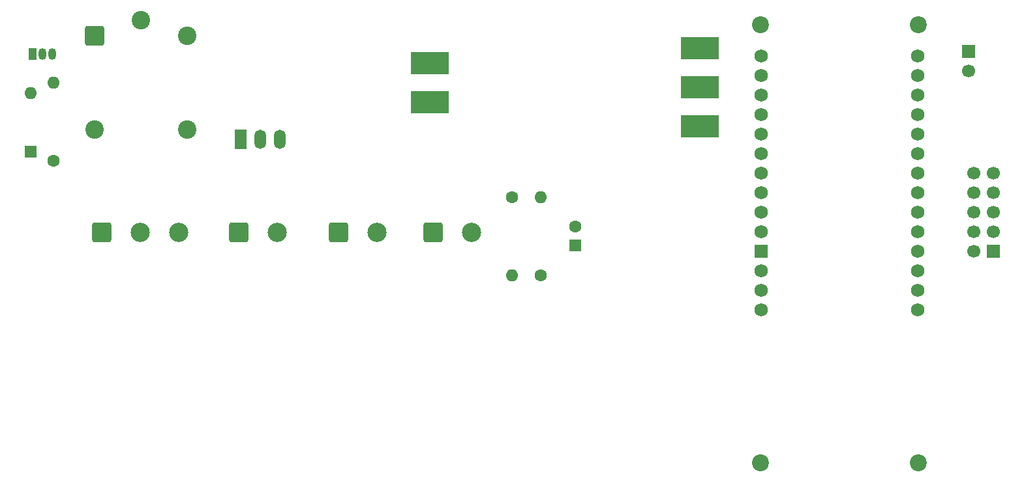
<source format=gbr>
%TF.GenerationSoftware,KiCad,Pcbnew,9.0.3*%
%TF.CreationDate,2025-08-15T10:29:04+02:00*%
%TF.ProjectId,Controller,436f6e74-726f-46c6-9c65-722e6b696361,1.0*%
%TF.SameCoordinates,Original*%
%TF.FileFunction,Soldermask,Bot*%
%TF.FilePolarity,Negative*%
%FSLAX46Y46*%
G04 Gerber Fmt 4.6, Leading zero omitted, Abs format (unit mm)*
G04 Created by KiCad (PCBNEW 9.0.3) date 2025-08-15 10:29:04*
%MOMM*%
%LPD*%
G01*
G04 APERTURE LIST*
G04 Aperture macros list*
%AMRoundRect*
0 Rectangle with rounded corners*
0 $1 Rounding radius*
0 $2 $3 $4 $5 $6 $7 $8 $9 X,Y pos of 4 corners*
0 Add a 4 corners polygon primitive as box body*
4,1,4,$2,$3,$4,$5,$6,$7,$8,$9,$2,$3,0*
0 Add four circle primitives for the rounded corners*
1,1,$1+$1,$2,$3*
1,1,$1+$1,$4,$5*
1,1,$1+$1,$6,$7*
1,1,$1+$1,$8,$9*
0 Add four rect primitives between the rounded corners*
20,1,$1+$1,$2,$3,$4,$5,0*
20,1,$1+$1,$4,$5,$6,$7,0*
20,1,$1+$1,$6,$7,$8,$9,0*
20,1,$1+$1,$8,$9,$2,$3,0*%
G04 Aperture macros list end*
%ADD10C,1.600000*%
%ADD11O,1.600000X1.600000*%
%ADD12R,1.700000X1.700000*%
%ADD13C,1.700000*%
%ADD14R,1.600000X1.600000*%
%ADD15RoundRect,0.250000X-1.000000X-1.000000X1.000000X-1.000000X1.000000X1.000000X-1.000000X1.000000X0*%
%ADD16C,2.500000*%
%ADD17C,2.200000*%
%ADD18C,1.727200*%
%ADD19R,1.727200X1.727200*%
%ADD20R,1.500000X2.500000*%
%ADD21O,1.500000X2.500000*%
%ADD22C,2.400000*%
%ADD23R,5.000000X3.000000*%
%ADD24R,1.050000X1.500000*%
%ADD25O,1.050000X1.500000*%
G04 APERTURE END LIST*
D10*
%TO.C,R3*%
X141750000Y-99660000D03*
D11*
X141750000Y-89500000D03*
%TD*%
D12*
%TO.C,J1*%
X197250000Y-70475000D03*
D13*
X197250000Y-73015000D03*
%TD*%
D14*
%TO.C,D1*%
X75500000Y-83500000D03*
D11*
X75500000Y-75880000D03*
%TD*%
D15*
%TO.C,J6*%
X127750000Y-94000000D03*
D16*
X132750000Y-94000000D03*
%TD*%
D15*
%TO.C,J3*%
X102523000Y-94000000D03*
D16*
X107523000Y-94000000D03*
%TD*%
D17*
%TO.C,A1*%
X170250000Y-124034800D03*
X190750000Y-124034800D03*
X170250000Y-67034800D03*
X190750000Y-67034800D03*
D18*
X170340000Y-99070000D03*
X170340000Y-104150000D03*
X190660000Y-101610000D03*
X190660000Y-99070000D03*
X190660000Y-96530000D03*
X190660000Y-93990000D03*
X190660000Y-91450000D03*
X190660000Y-88910000D03*
X190660000Y-86370000D03*
X190660000Y-104150000D03*
X190660000Y-83830000D03*
X190660000Y-81290000D03*
X190660000Y-78750000D03*
X190660000Y-76210000D03*
X190660000Y-73670000D03*
X190660000Y-71130000D03*
X170340000Y-71130000D03*
X170340000Y-73670000D03*
X170340000Y-76210000D03*
X170340000Y-78750000D03*
X170340000Y-81290000D03*
X170340000Y-83830000D03*
X170340000Y-86370000D03*
X170340000Y-88910000D03*
X170340000Y-91450000D03*
D19*
X170340000Y-96530000D03*
D18*
X170340000Y-93990000D03*
X170340000Y-101610000D03*
%TD*%
D20*
%TO.C,U4*%
X102817500Y-81932500D03*
D21*
X105357500Y-81932500D03*
X107897500Y-81932500D03*
%TD*%
D12*
%TO.C,J4*%
X200450000Y-96467500D03*
D13*
X197910000Y-96467500D03*
X200450000Y-93927500D03*
X197910000Y-93927500D03*
X200450000Y-91387500D03*
X197910000Y-91387500D03*
X200450000Y-88847500D03*
X197910000Y-88847500D03*
X200450000Y-86307500D03*
X197910000Y-86307500D03*
%TD*%
D10*
%TO.C,R2*%
X138000000Y-89500000D03*
D11*
X138000000Y-99660000D03*
%TD*%
D10*
%TO.C,R1*%
X78500000Y-84750000D03*
D11*
X78500000Y-74590000D03*
%TD*%
D22*
%TO.C,K1*%
X89817500Y-66467000D03*
X95817500Y-80667000D03*
X83817500Y-80667000D03*
D15*
X83817500Y-68467000D03*
D22*
X95817500Y-68467000D03*
%TD*%
D23*
%TO.C,U1*%
X127304000Y-72000000D03*
X127304000Y-77080000D03*
X162356000Y-70095000D03*
X162356000Y-75175000D03*
X162356000Y-80255000D03*
%TD*%
D15*
%TO.C,J5*%
X84750000Y-94000000D03*
D16*
X89750000Y-94000000D03*
X94750000Y-94000000D03*
%TD*%
D15*
%TO.C,J2*%
X115500000Y-94000000D03*
D16*
X120500000Y-94000000D03*
%TD*%
D24*
%TO.C,Q1*%
X75730000Y-70860000D03*
D25*
X77000000Y-70860000D03*
X78270000Y-70860000D03*
%TD*%
D14*
%TO.C,C1*%
X146250000Y-95750000D03*
D10*
X146250000Y-93250000D03*
%TD*%
M02*

</source>
